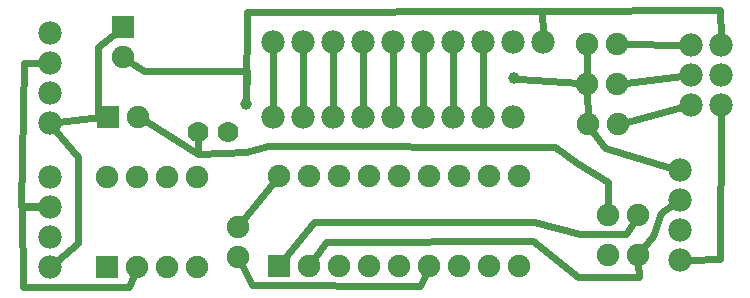
<source format=gbl>
G04 MADE WITH FRITZING*
G04 WWW.FRITZING.ORG*
G04 DOUBLE SIDED*
G04 HOLES PLATED*
G04 CONTOUR ON CENTER OF CONTOUR VECTOR*
%ASAXBY*%
%FSLAX23Y23*%
%MOIN*%
%OFA0B0*%
%SFA1.0B1.0*%
%ADD10C,0.039370*%
%ADD11C,0.075000*%
%ADD12C,0.070000*%
%ADD13C,0.078000*%
%ADD14C,0.078007*%
%ADD15R,0.075000X0.075000*%
%ADD16C,0.024000*%
%LNCOPPER0*%
G90*
G70*
G54D10*
X810Y635D03*
X1702Y721D03*
G54D11*
X919Y96D03*
X1019Y96D03*
X1119Y96D03*
X1219Y96D03*
X1319Y96D03*
X1419Y96D03*
X1519Y96D03*
X1619Y96D03*
X1719Y96D03*
X1719Y396D03*
X1619Y396D03*
X1519Y396D03*
X1419Y396D03*
X1319Y396D03*
X1219Y396D03*
X1119Y396D03*
X1019Y396D03*
X919Y396D03*
X401Y893D03*
X401Y793D03*
X351Y593D03*
X451Y593D03*
X346Y93D03*
X346Y393D03*
X446Y93D03*
X446Y393D03*
X546Y93D03*
X546Y393D03*
X646Y93D03*
X646Y393D03*
G54D12*
X751Y543D03*
X651Y543D03*
G54D11*
X2015Y133D03*
X2115Y133D03*
X2017Y265D03*
X2117Y265D03*
G54D13*
X1801Y843D03*
X1701Y843D03*
X1601Y843D03*
X1501Y843D03*
X1401Y843D03*
X1301Y843D03*
X1201Y843D03*
X1101Y843D03*
X1001Y843D03*
X901Y843D03*
G54D11*
X783Y125D03*
X783Y225D03*
G54D14*
X1701Y593D03*
X1601Y593D03*
X1501Y593D03*
X1401Y593D03*
X1301Y593D03*
X1201Y593D03*
X1101Y593D03*
X1001Y593D03*
X901Y593D03*
G54D11*
X2051Y567D03*
X1951Y567D03*
X2046Y836D03*
X1946Y836D03*
X2046Y703D03*
X1946Y703D03*
G54D13*
X2392Y633D03*
X2392Y733D03*
X2392Y833D03*
X2392Y633D03*
X2392Y733D03*
X2392Y833D03*
X2292Y833D03*
X2292Y733D03*
X2292Y633D03*
X2255Y414D03*
X2255Y314D03*
X2255Y214D03*
X2255Y114D03*
X157Y93D03*
X157Y193D03*
X157Y293D03*
X157Y393D03*
X155Y571D03*
X155Y671D03*
X155Y771D03*
X155Y871D03*
G54D15*
X919Y96D03*
X401Y893D03*
X351Y593D03*
X346Y93D03*
G54D16*
X1913Y438D02*
X2015Y376D01*
D02*
X2015Y376D02*
X2016Y293D01*
D02*
X1838Y492D02*
X1913Y438D01*
D02*
X882Y494D02*
X1838Y492D01*
D02*
X809Y474D02*
X882Y494D01*
D02*
X651Y468D02*
X809Y474D01*
D02*
X651Y468D02*
X651Y517D01*
D02*
X475Y578D02*
X651Y468D01*
D02*
X2192Y270D02*
X2167Y195D01*
D02*
X2167Y195D02*
X2133Y155D01*
D02*
X2230Y297D02*
X2192Y270D01*
D02*
X831Y30D02*
X1391Y29D01*
D02*
X1391Y29D02*
X1408Y69D01*
D02*
X796Y99D02*
X831Y30D01*
D02*
X2389Y119D02*
X2285Y115D01*
D02*
X2392Y603D02*
X2389Y119D01*
D02*
X2262Y729D02*
X2075Y706D01*
D02*
X2118Y59D02*
X1916Y57D01*
D02*
X1075Y176D02*
X1035Y119D01*
D02*
X1765Y178D02*
X1075Y176D01*
D02*
X1916Y57D02*
X1765Y178D01*
D02*
X2116Y104D02*
X2118Y59D01*
D02*
X901Y373D02*
X801Y247D01*
D02*
X1770Y243D02*
X1923Y200D01*
D02*
X1923Y200D02*
X2077Y202D01*
D02*
X2077Y202D02*
X2102Y241D01*
D02*
X1037Y240D02*
X1770Y243D01*
D02*
X937Y118D02*
X1037Y240D01*
D02*
X1797Y946D02*
X1800Y873D01*
D02*
X814Y941D02*
X1797Y946D01*
D02*
X810Y654D02*
X814Y941D01*
D02*
X2391Y947D02*
X2392Y863D01*
D02*
X1797Y946D02*
X2391Y947D01*
D02*
X468Y744D02*
X424Y776D01*
D02*
X812Y746D02*
X468Y744D01*
D02*
X810Y654D02*
X812Y746D01*
D02*
X1721Y719D02*
X1918Y705D01*
D02*
X2005Y487D02*
X2226Y423D01*
D02*
X1967Y543D02*
X2005Y487D01*
D02*
X1950Y596D02*
X1947Y674D01*
D02*
X1946Y807D02*
X1946Y731D01*
D02*
X64Y291D02*
X127Y292D01*
D02*
X67Y25D02*
X64Y291D01*
D02*
X418Y24D02*
X67Y25D01*
D02*
X435Y66D02*
X418Y24D01*
D02*
X316Y825D02*
X379Y875D01*
D02*
X316Y594D02*
X316Y825D01*
D02*
X323Y594D02*
X316Y594D01*
D02*
X1401Y813D02*
X1401Y623D01*
D02*
X1001Y813D02*
X1001Y623D01*
D02*
X1201Y813D02*
X1201Y623D01*
D02*
X1501Y813D02*
X1501Y623D01*
D02*
X1301Y813D02*
X1301Y623D01*
D02*
X901Y813D02*
X901Y623D01*
D02*
X1601Y813D02*
X1601Y623D01*
D02*
X1101Y813D02*
X1101Y623D01*
D02*
X61Y294D02*
X69Y770D01*
D02*
X69Y770D02*
X124Y770D01*
D02*
X127Y294D02*
X61Y294D01*
D02*
X2263Y625D02*
X2079Y575D01*
D02*
X2262Y833D02*
X2075Y836D01*
D02*
X251Y459D02*
X251Y171D01*
D02*
X251Y171D02*
X180Y113D01*
D02*
X174Y548D02*
X251Y459D01*
D02*
X184Y574D02*
X323Y590D01*
G04 End of Copper0*
M02*
</source>
